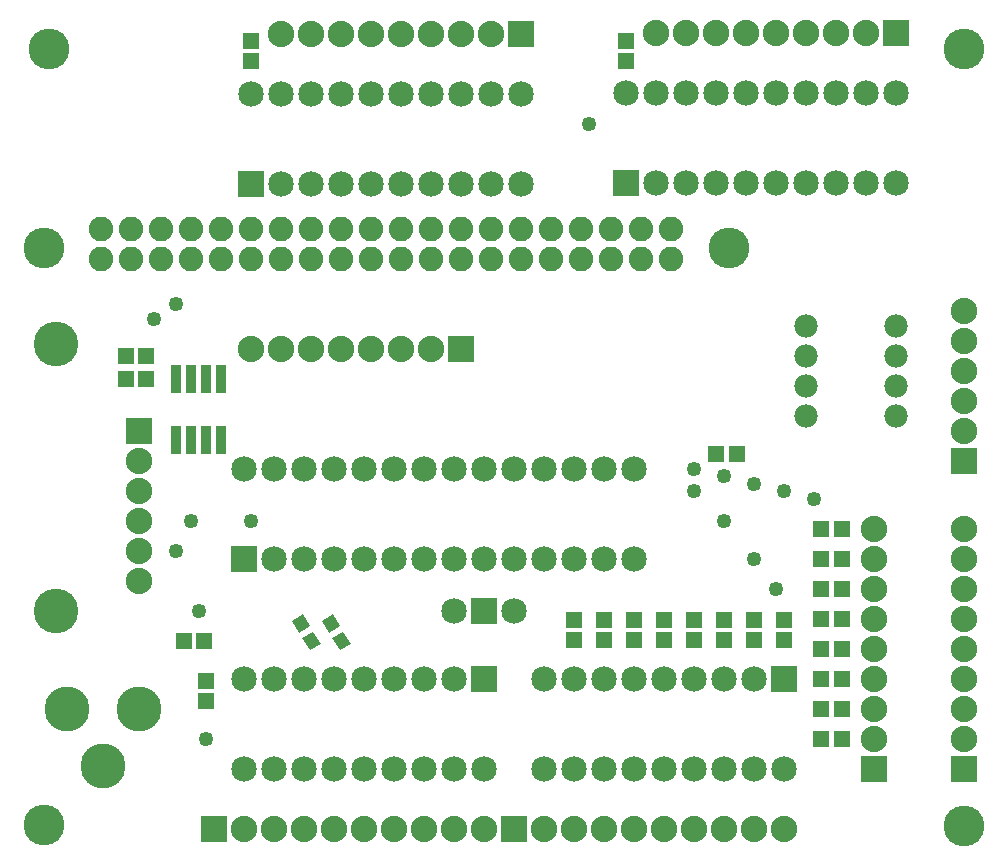
<source format=gts>
G04 MADE WITH FRITZING*
G04 WWW.FRITZING.ORG*
G04 DOUBLE SIDED*
G04 HOLES PLATED*
G04 CONTOUR ON CENTER OF CONTOUR VECTOR*
%ASAXBY*%
%FSLAX23Y23*%
%MOIN*%
%OFA0B0*%
%SFA1.0B1.0*%
%ADD10C,0.049370*%
%ADD11C,0.081889*%
%ADD12C,0.081917*%
%ADD13C,0.135984*%
%ADD14C,0.085000*%
%ADD15C,0.150000*%
%ADD16C,0.148890*%
%ADD17C,0.078000*%
%ADD18C,0.088000*%
%ADD19R,0.034000X0.097000*%
%ADD20R,0.057244X0.053307*%
%ADD21R,0.053307X0.057244*%
%ADD22R,0.085000X0.085000*%
%ADD23R,0.088000X0.088000*%
%ADD24C,0.010000*%
%LNMASK1*%
G90*
G70*
G54D10*
X1954Y2489D03*
X679Y439D03*
X579Y1064D03*
X654Y864D03*
X629Y1164D03*
X829Y1164D03*
G54D11*
X329Y2039D03*
X429Y2039D03*
X529Y2039D03*
X629Y2039D03*
G54D12*
X729Y2039D03*
G54D11*
X829Y2039D03*
X929Y2039D03*
X1029Y2039D03*
X1129Y2039D03*
G54D12*
X1229Y2039D03*
G54D11*
X1329Y2039D03*
G54D12*
X1429Y2039D03*
G54D11*
X1529Y2039D03*
X1629Y2039D03*
X1729Y2039D03*
X1829Y2039D03*
G54D12*
X1929Y2039D03*
G54D11*
X2029Y2039D03*
X2129Y2039D03*
X2229Y2039D03*
X2229Y2139D03*
X2129Y2139D03*
X2029Y2139D03*
G54D12*
X1929Y2139D03*
G54D11*
X1829Y2139D03*
X1729Y2139D03*
X1629Y2139D03*
X1529Y2139D03*
G54D12*
X1429Y2139D03*
G54D11*
X1329Y2139D03*
G54D12*
X1229Y2139D03*
G54D11*
X1129Y2139D03*
X1029Y2139D03*
X929Y2139D03*
X829Y2139D03*
G54D12*
X729Y2139D03*
G54D11*
X629Y2139D03*
X529Y2139D03*
X429Y2139D03*
X329Y2139D03*
G54D13*
X3204Y148D03*
X3204Y2739D03*
X154Y2739D03*
X2420Y2076D03*
X139Y2074D03*
X139Y150D03*
G54D10*
X579Y1889D03*
X504Y1839D03*
X2604Y1264D03*
X2704Y1239D03*
X2504Y1289D03*
X2304Y1339D03*
X2404Y1314D03*
G54D14*
X1504Y864D03*
X1604Y864D03*
X1704Y864D03*
G54D10*
X2304Y1264D03*
G54D15*
X454Y539D03*
X214Y539D03*
X334Y349D03*
G54D16*
X179Y864D03*
X179Y1753D03*
G54D14*
X804Y1039D03*
X804Y1339D03*
X904Y1039D03*
X904Y1339D03*
X1004Y1039D03*
X1004Y1339D03*
X1104Y1039D03*
X1104Y1339D03*
X1204Y1039D03*
X1204Y1339D03*
X1304Y1039D03*
X1304Y1339D03*
X1404Y1039D03*
X1404Y1339D03*
X1504Y1039D03*
X1504Y1339D03*
X1604Y1039D03*
X1604Y1339D03*
X1704Y1039D03*
X1704Y1339D03*
X1804Y1039D03*
X1804Y1339D03*
X1904Y1039D03*
X1904Y1339D03*
X2004Y1039D03*
X2004Y1339D03*
X2104Y1039D03*
X2104Y1339D03*
X2604Y639D03*
X2604Y339D03*
X2504Y639D03*
X2504Y339D03*
X2404Y639D03*
X2404Y339D03*
X2304Y639D03*
X2304Y339D03*
X2204Y639D03*
X2204Y339D03*
X2104Y639D03*
X2104Y339D03*
X2004Y639D03*
X2004Y339D03*
X1904Y639D03*
X1904Y339D03*
X1804Y639D03*
X1804Y339D03*
X1604Y639D03*
X1604Y339D03*
X1504Y639D03*
X1504Y339D03*
X1404Y639D03*
X1404Y339D03*
X1304Y639D03*
X1304Y339D03*
X1204Y639D03*
X1204Y339D03*
X1104Y639D03*
X1104Y339D03*
X1004Y639D03*
X1004Y339D03*
X904Y639D03*
X904Y339D03*
X804Y639D03*
X804Y339D03*
G54D17*
X2979Y1514D03*
X2979Y1614D03*
X2979Y1714D03*
X2979Y1814D03*
X2679Y1814D03*
X2679Y1714D03*
X2679Y1614D03*
X2679Y1514D03*
X2979Y1514D03*
X2979Y1614D03*
X2979Y1714D03*
X2979Y1814D03*
X2679Y1814D03*
X2679Y1714D03*
X2679Y1614D03*
X2679Y1514D03*
G54D14*
X2079Y2290D03*
X2079Y2590D03*
X2179Y2290D03*
X2179Y2590D03*
X2279Y2290D03*
X2279Y2590D03*
X2379Y2290D03*
X2379Y2590D03*
X2479Y2290D03*
X2479Y2590D03*
X2579Y2290D03*
X2579Y2590D03*
X2679Y2290D03*
X2679Y2590D03*
X2779Y2290D03*
X2779Y2590D03*
X2879Y2290D03*
X2879Y2590D03*
X2979Y2290D03*
X2979Y2590D03*
X829Y2289D03*
X829Y2589D03*
X929Y2289D03*
X929Y2589D03*
X1029Y2289D03*
X1029Y2589D03*
X1129Y2289D03*
X1129Y2589D03*
X1229Y2289D03*
X1229Y2589D03*
X1329Y2289D03*
X1329Y2589D03*
X1429Y2289D03*
X1429Y2589D03*
X1529Y2289D03*
X1529Y2589D03*
X1629Y2289D03*
X1629Y2589D03*
X1729Y2289D03*
X1729Y2589D03*
G54D18*
X454Y1464D03*
X454Y1364D03*
X454Y1264D03*
X454Y1164D03*
X454Y1064D03*
X454Y964D03*
X3204Y339D03*
X3204Y439D03*
X3204Y539D03*
X3204Y639D03*
X3204Y739D03*
X3204Y839D03*
X3204Y939D03*
X3204Y1039D03*
X3204Y1139D03*
X2904Y339D03*
X2904Y439D03*
X2904Y539D03*
X2904Y639D03*
X2904Y739D03*
X2904Y839D03*
X2904Y939D03*
X2904Y1039D03*
X2904Y1139D03*
X1704Y139D03*
X1804Y139D03*
X1904Y139D03*
X2004Y139D03*
X2104Y139D03*
X2204Y139D03*
X2304Y139D03*
X2404Y139D03*
X2504Y139D03*
X2604Y139D03*
X1529Y1739D03*
X1429Y1739D03*
X1329Y1739D03*
X1229Y1739D03*
X1129Y1739D03*
X1029Y1739D03*
X929Y1739D03*
X829Y1739D03*
X2979Y2790D03*
X2879Y2790D03*
X2779Y2790D03*
X2679Y2790D03*
X2579Y2790D03*
X2479Y2790D03*
X2379Y2790D03*
X2279Y2790D03*
X2179Y2790D03*
X1729Y2789D03*
X1629Y2789D03*
X1529Y2789D03*
X1429Y2789D03*
X1329Y2789D03*
X1229Y2789D03*
X1129Y2789D03*
X1029Y2789D03*
X929Y2789D03*
X704Y139D03*
X804Y139D03*
X904Y139D03*
X1004Y139D03*
X1104Y139D03*
X1204Y139D03*
X1304Y139D03*
X1404Y139D03*
X1504Y139D03*
X1604Y139D03*
G54D10*
X2579Y939D03*
X2504Y1039D03*
X2404Y1164D03*
G54D18*
X3204Y1364D03*
X3204Y1464D03*
X3204Y1564D03*
X3204Y1664D03*
X3204Y1764D03*
X3204Y1864D03*
G54D19*
X679Y1639D03*
X729Y1433D03*
X629Y1433D03*
X629Y1639D03*
X679Y1433D03*
X579Y1639D03*
X579Y1433D03*
X729Y1639D03*
G54D20*
X479Y1714D03*
X412Y1714D03*
X671Y764D03*
X604Y764D03*
X479Y1639D03*
X412Y1639D03*
G54D21*
X679Y631D03*
X679Y564D03*
G54D20*
X2379Y1389D03*
X2446Y1389D03*
G54D22*
X1604Y864D03*
X804Y1039D03*
X2604Y639D03*
X1604Y639D03*
X2079Y2290D03*
X829Y2289D03*
G54D23*
X454Y1464D03*
X3204Y339D03*
X2904Y339D03*
X1704Y139D03*
X1529Y1739D03*
X2979Y2790D03*
X1729Y2789D03*
X704Y139D03*
G54D20*
X2729Y439D03*
X2796Y439D03*
X2729Y539D03*
X2796Y539D03*
X2729Y639D03*
X2796Y639D03*
X2729Y839D03*
X2796Y839D03*
X2729Y739D03*
X2796Y739D03*
X2729Y939D03*
X2796Y939D03*
X2729Y1039D03*
X2796Y1039D03*
G54D21*
X2079Y2765D03*
X2079Y2698D03*
X829Y2764D03*
X829Y2697D03*
X1904Y769D03*
X1904Y836D03*
X2004Y769D03*
X2004Y836D03*
X2104Y769D03*
X2104Y836D03*
X2204Y769D03*
X2204Y836D03*
X2304Y769D03*
X2304Y836D03*
X2404Y769D03*
X2404Y836D03*
X2504Y769D03*
X2504Y836D03*
X2604Y769D03*
X2604Y836D03*
G54D20*
X2729Y1139D03*
X2796Y1139D03*
G54D23*
X3204Y1364D03*
G54D24*
G36*
X1098Y773D02*
X1135Y796D01*
X1160Y755D01*
X1123Y733D01*
X1098Y773D01*
G37*
D02*
G36*
X1064Y831D02*
X1101Y853D01*
X1125Y813D01*
X1088Y790D01*
X1064Y831D01*
G37*
D02*
G36*
X998Y773D02*
X1035Y796D01*
X1060Y755D01*
X1023Y733D01*
X998Y773D01*
G37*
D02*
G36*
X964Y831D02*
X1001Y853D01*
X1025Y813D01*
X988Y790D01*
X964Y831D01*
G37*
D02*
G04 End of Mask1*
M02*
</source>
